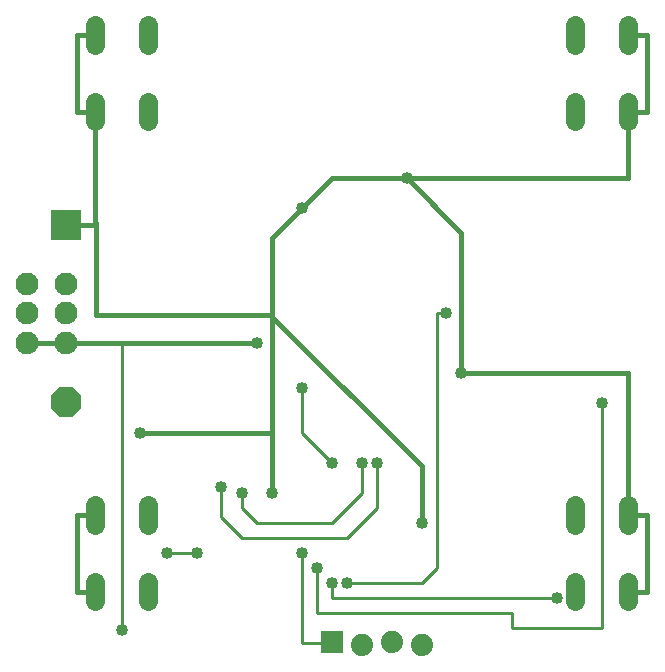
<source format=gbl>
G04 EAGLE Gerber RS-274X export*
G75*
%MOIN*%
%FSLAX36Y36*%
%LPD*%
%INBottom Copper Layer*%
%IPPOS*%
%AMOC8*
5,1,8,0,0,1.08239X$1,22.5*%
G01*
%ADD10P,0.108239X8X292.500000*%
%ADD11R,0.100000X0.100000*%
%ADD12R,0.074000X0.074000*%
%ADD13C,0.074000*%
%ADD14C,0.076000*%
%ADD15C,0.064000*%
%ADD16C,0.040000*%
%ADD17C,0.010000*%
%ADD18C,0.016000*%


D10*
X215748Y904724D03*
D11*
X215748Y1495276D03*
D12*
X1100000Y105000D03*
D13*
X1200000Y95000D03*
X1300000Y105000D03*
X1400000Y95000D03*
D14*
X85039Y1101575D03*
X85039Y1200000D03*
X85039Y1298425D03*
X214961Y1101575D03*
X214961Y1200000D03*
X214961Y1298425D03*
D15*
X489000Y560000D02*
X489000Y496000D01*
X311000Y496000D02*
X311000Y560000D01*
X489000Y304000D02*
X489000Y240000D01*
X311000Y240000D02*
X311000Y304000D01*
X489000Y2096000D02*
X489000Y2160000D01*
X311000Y2160000D02*
X311000Y2096000D01*
X489000Y1904000D02*
X489000Y1840000D01*
X311000Y1840000D02*
X311000Y1904000D01*
X1911000Y1904000D02*
X1911000Y1840000D01*
X2089000Y1840000D02*
X2089000Y1904000D01*
X1911000Y2096000D02*
X1911000Y2160000D01*
X2089000Y2160000D02*
X2089000Y2096000D01*
X1911000Y304000D02*
X1911000Y240000D01*
X2089000Y240000D02*
X2089000Y304000D01*
X1911000Y496000D02*
X1911000Y560000D01*
X2089000Y560000D02*
X2089000Y496000D01*
D16*
X1250000Y700000D03*
D17*
X1250000Y550000D01*
X1150000Y450000D01*
X800000Y450000D01*
X730000Y520000D01*
X730000Y620000D01*
D16*
X730000Y620000D03*
X1200000Y700000D03*
D17*
X1200000Y600000D01*
X1100000Y500000D01*
X850000Y500000D01*
X800000Y550000D01*
X800000Y600000D01*
D16*
X800000Y600000D03*
X1531000Y1000000D03*
X900000Y600000D03*
X1000000Y1550000D03*
D18*
X1100000Y1650000D01*
X1350000Y1650000D01*
D16*
X1350000Y1650000D03*
D18*
X1531000Y1469000D02*
X1531000Y1000000D01*
X1531000Y1469000D02*
X1350000Y1650000D01*
X900000Y800000D02*
X900000Y600000D01*
X900000Y800000D02*
X900000Y1200000D01*
X900000Y1450000D01*
X1000000Y1550000D01*
D16*
X1400000Y500000D03*
D18*
X895276Y1195276D02*
X900000Y1200000D01*
X895276Y1195276D02*
X315748Y1195276D01*
X895276Y1195276D02*
X1400000Y690551D01*
X1400000Y500000D01*
X311000Y2128000D02*
X250000Y2128000D01*
X250000Y1872000D02*
X311000Y1872000D01*
X250000Y1872000D02*
X250000Y2128000D01*
X215748Y1495276D02*
X311000Y1495276D01*
X311000Y1500000D01*
X311000Y1872000D01*
X311000Y1500000D02*
X315748Y1500000D01*
X315748Y1195276D01*
X311000Y528000D02*
X250000Y528000D01*
X250000Y272000D02*
X311000Y272000D01*
X250000Y272000D02*
X250000Y528000D01*
X2089000Y272000D02*
X2150000Y272000D01*
X2150000Y528000D02*
X2089000Y528000D01*
X2150000Y528000D02*
X2150000Y272000D01*
X2089000Y528000D02*
X2089000Y1000000D01*
X1531000Y1000000D01*
X2089000Y2128000D02*
X2150000Y2128000D01*
X2150000Y1872000D02*
X2089000Y1872000D01*
X2150000Y1872000D02*
X2150000Y2128000D01*
X2089000Y1872000D02*
X2089000Y1650000D01*
X1350000Y1650000D01*
X900000Y800000D02*
X461000Y800000D01*
D16*
X461000Y800000D03*
X1000000Y400000D03*
D17*
X1000000Y100000D01*
X1095000Y100000D01*
X1100000Y105000D01*
D18*
X400000Y1101575D02*
X214961Y1101575D01*
D16*
X850000Y1101575D03*
D18*
X400000Y1101575D01*
D17*
X400000Y144016D01*
D18*
X214961Y1101575D02*
X85039Y1101575D01*
D16*
X400000Y144016D03*
D17*
X550000Y400000D02*
X650000Y400000D01*
D16*
X650000Y400000D03*
X550000Y400000D03*
X2000000Y900000D03*
D17*
X2000000Y150000D01*
X1700000Y150000D01*
D16*
X1050000Y350000D03*
D17*
X1050000Y200000D01*
X1700000Y200000D01*
X1700000Y150000D01*
D16*
X1100000Y300000D03*
D17*
X1100000Y250000D01*
X1850000Y250000D01*
D16*
X1850000Y250000D03*
X1100000Y700000D03*
D17*
X1000000Y800000D02*
X1000000Y950000D01*
X1000000Y800000D02*
X1100000Y700000D01*
D16*
X1000000Y950000D03*
D17*
X1450000Y1200000D02*
X1450000Y350000D01*
D16*
X1150000Y300000D03*
D17*
X1400000Y300000D01*
X1450000Y350000D01*
D16*
X1480000Y1200000D03*
D17*
X1450000Y1200000D01*
M02*

</source>
